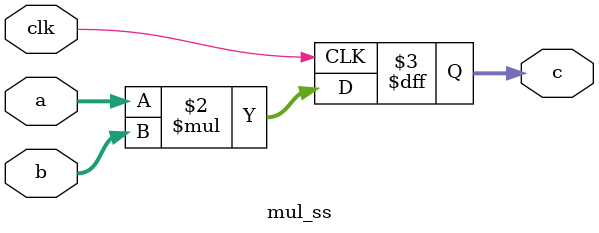
<source format=v>
module mul_ss(

	clk,

	a,
	b,

	c
);
	parameter a_s = 16;
	parameter b_s = 8;
	input clk;

	input signed [a_s-1:0] a;
	input signed [b_s-1:0] b;

	output reg signed [a_s+b_s-1:0] c;

	always @(posedge clk)begin
		c <= a * b;
	end

endmodule 


</source>
